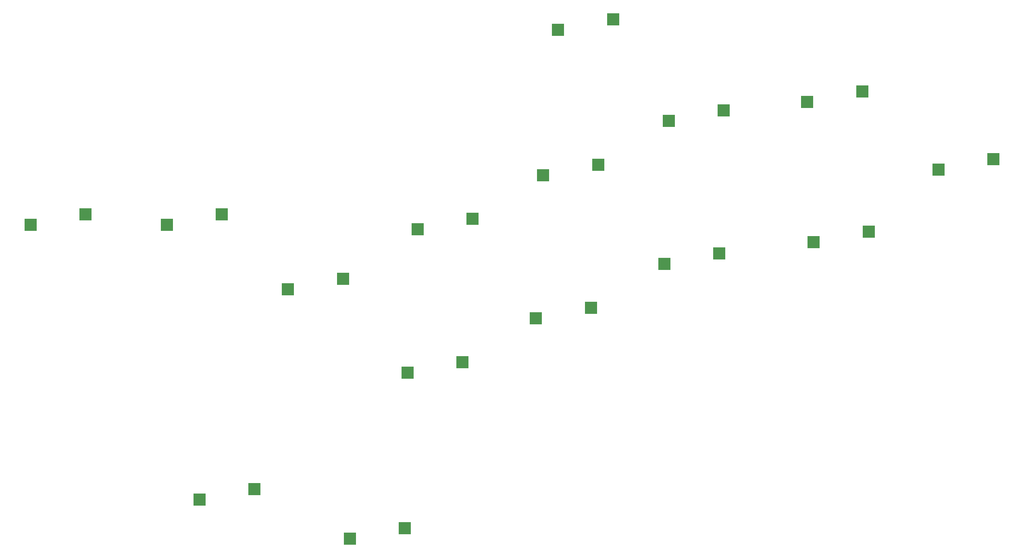
<source format=gtp>
G04 #@! TF.GenerationSoftware,KiCad,Pcbnew,7.0.9*
G04 #@! TF.CreationDate,2023-12-17T00:29:00+09:00*
G04 #@! TF.ProjectId,ergoSHIFT-rev1-kicad,6572676f-5348-4494-9654-2d726576312d,rev.1*
G04 #@! TF.SameCoordinates,Original*
G04 #@! TF.FileFunction,Paste,Top*
G04 #@! TF.FilePolarity,Positive*
%FSLAX46Y46*%
G04 Gerber Fmt 4.6, Leading zero omitted, Abs format (unit mm)*
G04 Created by KiCad (PCBNEW 7.0.9) date 2023-12-17 00:29:00*
%MOMM*%
%LPD*%
G01*
G04 APERTURE LIST*
%ADD10R,2.600000X2.600000*%
G04 APERTURE END LIST*
D10*
X209025000Y-84930000D03*
X197475000Y-87130000D03*
X185815000Y-65800000D03*
X174265000Y-68000000D03*
X181145000Y-126420000D03*
X169595000Y-128620000D03*
X239495000Y-110440000D03*
X227945000Y-112640000D03*
X129095000Y-120310000D03*
X117545000Y-122510000D03*
X265695000Y-95160000D03*
X254145000Y-97360000D03*
X154165000Y-137860000D03*
X142615000Y-140060000D03*
X156325000Y-107750000D03*
X144775000Y-109950000D03*
X110495000Y-164520000D03*
X98945000Y-166720000D03*
X182675000Y-96340000D03*
X171125000Y-98540000D03*
X208125000Y-114980000D03*
X196575000Y-117180000D03*
X142065000Y-172720000D03*
X130515000Y-174920000D03*
X238125000Y-80990000D03*
X226575000Y-83190000D03*
X103645000Y-106800000D03*
X92095000Y-109000000D03*
X75025000Y-106800000D03*
X63475000Y-109000000D03*
M02*

</source>
